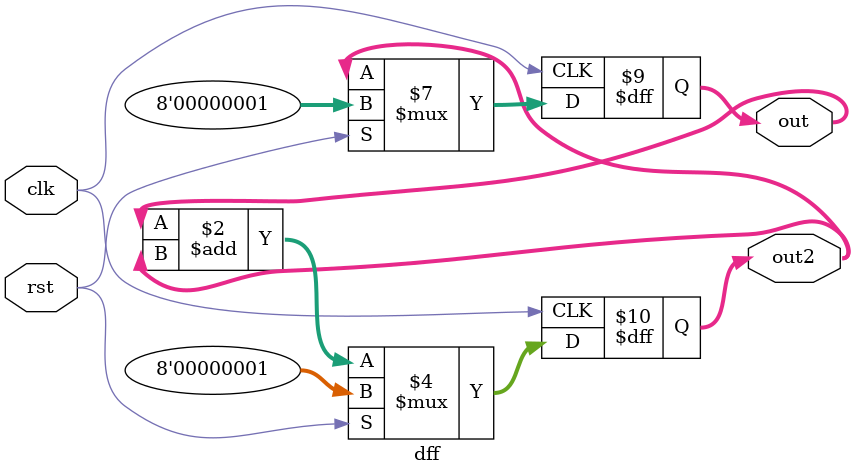
<source format=v>
module dff(
  clk,
  rst,
  out,
  out2
);

input wire clk;
input wire rst;
output reg [7:0] out;
output reg [7:0] out2;
always @(posedge clk) begin
  if (rst) begin
    out <= 1;
    out2 <= 1;
  end else begin
    out <= out2;
    out2 <= out + out2;
  end
end

endmodule

</source>
